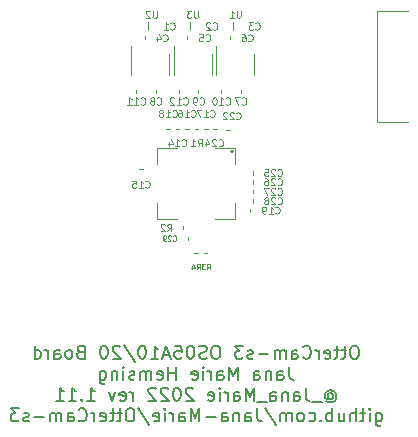
<source format=gbo>
G04 #@! TF.GenerationSoftware,KiCad,Pcbnew,6.0.0-d3dd2cf0fa~116~ubuntu20.04.1*
G04 #@! TF.CreationDate,2022-01-19T00:50:30+01:00*
G04 #@! TF.ProjectId,sensor,73656e73-6f72-42e6-9b69-6361645f7063,rev?*
G04 #@! TF.SameCoordinates,Original*
G04 #@! TF.FileFunction,Legend,Bot*
G04 #@! TF.FilePolarity,Positive*
%FSLAX46Y46*%
G04 Gerber Fmt 4.6, Leading zero omitted, Abs format (unit mm)*
G04 Created by KiCad (PCBNEW 6.0.0-d3dd2cf0fa~116~ubuntu20.04.1) date 2022-01-19 00:50:30*
%MOMM*%
%LPD*%
G01*
G04 APERTURE LIST*
%ADD10C,0.130000*%
%ADD11C,0.100000*%
%ADD12C,0.120000*%
%ADD13C,0.200000*%
G04 APERTURE END LIST*
D10*
X88488095Y-88741119D02*
X88278571Y-88741119D01*
X88173809Y-88793500D01*
X88069047Y-88898261D01*
X88016666Y-89107785D01*
X88016666Y-89474452D01*
X88069047Y-89683976D01*
X88173809Y-89788738D01*
X88278571Y-89841119D01*
X88488095Y-89841119D01*
X88592857Y-89788738D01*
X88697619Y-89683976D01*
X88750000Y-89474452D01*
X88750000Y-89107785D01*
X88697619Y-88898261D01*
X88592857Y-88793500D01*
X88488095Y-88741119D01*
X87702380Y-89107785D02*
X87283333Y-89107785D01*
X87545238Y-88741119D02*
X87545238Y-89683976D01*
X87492857Y-89788738D01*
X87388095Y-89841119D01*
X87283333Y-89841119D01*
X87073809Y-89107785D02*
X86654761Y-89107785D01*
X86916666Y-88741119D02*
X86916666Y-89683976D01*
X86864285Y-89788738D01*
X86759523Y-89841119D01*
X86654761Y-89841119D01*
X85869047Y-89788738D02*
X85973809Y-89841119D01*
X86183333Y-89841119D01*
X86288095Y-89788738D01*
X86340476Y-89683976D01*
X86340476Y-89264928D01*
X86288095Y-89160166D01*
X86183333Y-89107785D01*
X85973809Y-89107785D01*
X85869047Y-89160166D01*
X85816666Y-89264928D01*
X85816666Y-89369690D01*
X86340476Y-89474452D01*
X85345238Y-89841119D02*
X85345238Y-89107785D01*
X85345238Y-89317309D02*
X85292857Y-89212547D01*
X85240476Y-89160166D01*
X85135714Y-89107785D01*
X85030952Y-89107785D01*
X84035714Y-89736357D02*
X84088095Y-89788738D01*
X84245238Y-89841119D01*
X84350000Y-89841119D01*
X84507142Y-89788738D01*
X84611904Y-89683976D01*
X84664285Y-89579214D01*
X84716666Y-89369690D01*
X84716666Y-89212547D01*
X84664285Y-89003023D01*
X84611904Y-88898261D01*
X84507142Y-88793500D01*
X84350000Y-88741119D01*
X84245238Y-88741119D01*
X84088095Y-88793500D01*
X84035714Y-88845880D01*
X83092857Y-89841119D02*
X83092857Y-89264928D01*
X83145238Y-89160166D01*
X83250000Y-89107785D01*
X83459523Y-89107785D01*
X83564285Y-89160166D01*
X83092857Y-89788738D02*
X83197619Y-89841119D01*
X83459523Y-89841119D01*
X83564285Y-89788738D01*
X83616666Y-89683976D01*
X83616666Y-89579214D01*
X83564285Y-89474452D01*
X83459523Y-89422071D01*
X83197619Y-89422071D01*
X83092857Y-89369690D01*
X82569047Y-89841119D02*
X82569047Y-89107785D01*
X82569047Y-89212547D02*
X82516666Y-89160166D01*
X82411904Y-89107785D01*
X82254761Y-89107785D01*
X82150000Y-89160166D01*
X82097619Y-89264928D01*
X82097619Y-89841119D01*
X82097619Y-89264928D02*
X82045238Y-89160166D01*
X81940476Y-89107785D01*
X81783333Y-89107785D01*
X81678571Y-89160166D01*
X81626190Y-89264928D01*
X81626190Y-89841119D01*
X81102380Y-89422071D02*
X80264285Y-89422071D01*
X79792857Y-89788738D02*
X79688095Y-89841119D01*
X79478571Y-89841119D01*
X79373809Y-89788738D01*
X79321428Y-89683976D01*
X79321428Y-89631595D01*
X79373809Y-89526833D01*
X79478571Y-89474452D01*
X79635714Y-89474452D01*
X79740476Y-89422071D01*
X79792857Y-89317309D01*
X79792857Y-89264928D01*
X79740476Y-89160166D01*
X79635714Y-89107785D01*
X79478571Y-89107785D01*
X79373809Y-89160166D01*
X78954761Y-88741119D02*
X78273809Y-88741119D01*
X78640476Y-89160166D01*
X78483333Y-89160166D01*
X78378571Y-89212547D01*
X78326190Y-89264928D01*
X78273809Y-89369690D01*
X78273809Y-89631595D01*
X78326190Y-89736357D01*
X78378571Y-89788738D01*
X78483333Y-89841119D01*
X78797619Y-89841119D01*
X78902380Y-89788738D01*
X78954761Y-89736357D01*
X76754761Y-88741119D02*
X76545238Y-88741119D01*
X76440476Y-88793500D01*
X76335714Y-88898261D01*
X76283333Y-89107785D01*
X76283333Y-89474452D01*
X76335714Y-89683976D01*
X76440476Y-89788738D01*
X76545238Y-89841119D01*
X76754761Y-89841119D01*
X76859523Y-89788738D01*
X76964285Y-89683976D01*
X77016666Y-89474452D01*
X77016666Y-89107785D01*
X76964285Y-88898261D01*
X76859523Y-88793500D01*
X76754761Y-88741119D01*
X75864285Y-89788738D02*
X75707142Y-89841119D01*
X75445238Y-89841119D01*
X75340476Y-89788738D01*
X75288095Y-89736357D01*
X75235714Y-89631595D01*
X75235714Y-89526833D01*
X75288095Y-89422071D01*
X75340476Y-89369690D01*
X75445238Y-89317309D01*
X75654761Y-89264928D01*
X75759523Y-89212547D01*
X75811904Y-89160166D01*
X75864285Y-89055404D01*
X75864285Y-88950642D01*
X75811904Y-88845880D01*
X75759523Y-88793500D01*
X75654761Y-88741119D01*
X75392857Y-88741119D01*
X75235714Y-88793500D01*
X74554761Y-88741119D02*
X74450000Y-88741119D01*
X74345238Y-88793500D01*
X74292857Y-88845880D01*
X74240476Y-88950642D01*
X74188095Y-89160166D01*
X74188095Y-89422071D01*
X74240476Y-89631595D01*
X74292857Y-89736357D01*
X74345238Y-89788738D01*
X74450000Y-89841119D01*
X74554761Y-89841119D01*
X74659523Y-89788738D01*
X74711904Y-89736357D01*
X74764285Y-89631595D01*
X74816666Y-89422071D01*
X74816666Y-89160166D01*
X74764285Y-88950642D01*
X74711904Y-88845880D01*
X74659523Y-88793500D01*
X74554761Y-88741119D01*
X73192857Y-88741119D02*
X73716666Y-88741119D01*
X73769047Y-89264928D01*
X73716666Y-89212547D01*
X73611904Y-89160166D01*
X73350000Y-89160166D01*
X73245238Y-89212547D01*
X73192857Y-89264928D01*
X73140476Y-89369690D01*
X73140476Y-89631595D01*
X73192857Y-89736357D01*
X73245238Y-89788738D01*
X73350000Y-89841119D01*
X73611904Y-89841119D01*
X73716666Y-89788738D01*
X73769047Y-89736357D01*
X72721428Y-89526833D02*
X72197619Y-89526833D01*
X72826190Y-89841119D02*
X72459523Y-88741119D01*
X72092857Y-89841119D01*
X71150000Y-89841119D02*
X71778571Y-89841119D01*
X71464285Y-89841119D02*
X71464285Y-88741119D01*
X71569047Y-88898261D01*
X71673809Y-89003023D01*
X71778571Y-89055404D01*
X70469047Y-88741119D02*
X70364285Y-88741119D01*
X70259523Y-88793500D01*
X70207142Y-88845880D01*
X70154761Y-88950642D01*
X70102380Y-89160166D01*
X70102380Y-89422071D01*
X70154761Y-89631595D01*
X70207142Y-89736357D01*
X70259523Y-89788738D01*
X70364285Y-89841119D01*
X70469047Y-89841119D01*
X70573809Y-89788738D01*
X70626190Y-89736357D01*
X70678571Y-89631595D01*
X70730952Y-89422071D01*
X70730952Y-89160166D01*
X70678571Y-88950642D01*
X70626190Y-88845880D01*
X70573809Y-88793500D01*
X70469047Y-88741119D01*
X68845238Y-88688738D02*
X69788095Y-90103023D01*
X68530952Y-88845880D02*
X68478571Y-88793500D01*
X68373809Y-88741119D01*
X68111904Y-88741119D01*
X68007142Y-88793500D01*
X67954761Y-88845880D01*
X67902380Y-88950642D01*
X67902380Y-89055404D01*
X67954761Y-89212547D01*
X68583333Y-89841119D01*
X67902380Y-89841119D01*
X67221428Y-88741119D02*
X67116666Y-88741119D01*
X67011904Y-88793500D01*
X66959523Y-88845880D01*
X66907142Y-88950642D01*
X66854761Y-89160166D01*
X66854761Y-89422071D01*
X66907142Y-89631595D01*
X66959523Y-89736357D01*
X67011904Y-89788738D01*
X67116666Y-89841119D01*
X67221428Y-89841119D01*
X67326190Y-89788738D01*
X67378571Y-89736357D01*
X67430952Y-89631595D01*
X67483333Y-89422071D01*
X67483333Y-89160166D01*
X67430952Y-88950642D01*
X67378571Y-88845880D01*
X67326190Y-88793500D01*
X67221428Y-88741119D01*
X65178571Y-89264928D02*
X65021428Y-89317309D01*
X64969047Y-89369690D01*
X64916666Y-89474452D01*
X64916666Y-89631595D01*
X64969047Y-89736357D01*
X65021428Y-89788738D01*
X65126190Y-89841119D01*
X65545238Y-89841119D01*
X65545238Y-88741119D01*
X65178571Y-88741119D01*
X65073809Y-88793500D01*
X65021428Y-88845880D01*
X64969047Y-88950642D01*
X64969047Y-89055404D01*
X65021428Y-89160166D01*
X65073809Y-89212547D01*
X65178571Y-89264928D01*
X65545238Y-89264928D01*
X64288095Y-89841119D02*
X64392857Y-89788738D01*
X64445238Y-89736357D01*
X64497619Y-89631595D01*
X64497619Y-89317309D01*
X64445238Y-89212547D01*
X64392857Y-89160166D01*
X64288095Y-89107785D01*
X64130952Y-89107785D01*
X64026190Y-89160166D01*
X63973809Y-89212547D01*
X63921428Y-89317309D01*
X63921428Y-89631595D01*
X63973809Y-89736357D01*
X64026190Y-89788738D01*
X64130952Y-89841119D01*
X64288095Y-89841119D01*
X62978571Y-89841119D02*
X62978571Y-89264928D01*
X63030952Y-89160166D01*
X63135714Y-89107785D01*
X63345238Y-89107785D01*
X63450000Y-89160166D01*
X62978571Y-89788738D02*
X63083333Y-89841119D01*
X63345238Y-89841119D01*
X63450000Y-89788738D01*
X63502380Y-89683976D01*
X63502380Y-89579214D01*
X63450000Y-89474452D01*
X63345238Y-89422071D01*
X63083333Y-89422071D01*
X62978571Y-89369690D01*
X62454761Y-89841119D02*
X62454761Y-89107785D01*
X62454761Y-89317309D02*
X62402380Y-89212547D01*
X62350000Y-89160166D01*
X62245238Y-89107785D01*
X62140476Y-89107785D01*
X61302380Y-89841119D02*
X61302380Y-88741119D01*
X61302380Y-89788738D02*
X61407142Y-89841119D01*
X61616666Y-89841119D01*
X61721428Y-89788738D01*
X61773809Y-89736357D01*
X61826190Y-89631595D01*
X61826190Y-89317309D01*
X61773809Y-89212547D01*
X61721428Y-89160166D01*
X61616666Y-89107785D01*
X61407142Y-89107785D01*
X61302380Y-89160166D01*
X82857142Y-90512119D02*
X82857142Y-91297833D01*
X82909523Y-91454976D01*
X83014285Y-91559738D01*
X83171428Y-91612119D01*
X83276190Y-91612119D01*
X81861904Y-91612119D02*
X81861904Y-91035928D01*
X81914285Y-90931166D01*
X82019047Y-90878785D01*
X82228571Y-90878785D01*
X82333333Y-90931166D01*
X81861904Y-91559738D02*
X81966666Y-91612119D01*
X82228571Y-91612119D01*
X82333333Y-91559738D01*
X82385714Y-91454976D01*
X82385714Y-91350214D01*
X82333333Y-91245452D01*
X82228571Y-91193071D01*
X81966666Y-91193071D01*
X81861904Y-91140690D01*
X81338095Y-90878785D02*
X81338095Y-91612119D01*
X81338095Y-90983547D02*
X81285714Y-90931166D01*
X81180952Y-90878785D01*
X81023809Y-90878785D01*
X80919047Y-90931166D01*
X80866666Y-91035928D01*
X80866666Y-91612119D01*
X79871428Y-91612119D02*
X79871428Y-91035928D01*
X79923809Y-90931166D01*
X80028571Y-90878785D01*
X80238095Y-90878785D01*
X80342857Y-90931166D01*
X79871428Y-91559738D02*
X79976190Y-91612119D01*
X80238095Y-91612119D01*
X80342857Y-91559738D01*
X80395238Y-91454976D01*
X80395238Y-91350214D01*
X80342857Y-91245452D01*
X80238095Y-91193071D01*
X79976190Y-91193071D01*
X79871428Y-91140690D01*
X78509523Y-91612119D02*
X78509523Y-90512119D01*
X78142857Y-91297833D01*
X77776190Y-90512119D01*
X77776190Y-91612119D01*
X76780952Y-91612119D02*
X76780952Y-91035928D01*
X76833333Y-90931166D01*
X76938095Y-90878785D01*
X77147619Y-90878785D01*
X77252380Y-90931166D01*
X76780952Y-91559738D02*
X76885714Y-91612119D01*
X77147619Y-91612119D01*
X77252380Y-91559738D01*
X77304761Y-91454976D01*
X77304761Y-91350214D01*
X77252380Y-91245452D01*
X77147619Y-91193071D01*
X76885714Y-91193071D01*
X76780952Y-91140690D01*
X76257142Y-91612119D02*
X76257142Y-90878785D01*
X76257142Y-91088309D02*
X76204761Y-90983547D01*
X76152380Y-90931166D01*
X76047619Y-90878785D01*
X75942857Y-90878785D01*
X75576190Y-91612119D02*
X75576190Y-90878785D01*
X75576190Y-90512119D02*
X75628571Y-90564500D01*
X75576190Y-90616880D01*
X75523809Y-90564500D01*
X75576190Y-90512119D01*
X75576190Y-90616880D01*
X74633333Y-91559738D02*
X74738095Y-91612119D01*
X74947619Y-91612119D01*
X75052380Y-91559738D01*
X75104761Y-91454976D01*
X75104761Y-91035928D01*
X75052380Y-90931166D01*
X74947619Y-90878785D01*
X74738095Y-90878785D01*
X74633333Y-90931166D01*
X74580952Y-91035928D01*
X74580952Y-91140690D01*
X75104761Y-91245452D01*
X73271428Y-91612119D02*
X73271428Y-90512119D01*
X73271428Y-91035928D02*
X72642857Y-91035928D01*
X72642857Y-91612119D02*
X72642857Y-90512119D01*
X71700000Y-91559738D02*
X71804761Y-91612119D01*
X72014285Y-91612119D01*
X72119047Y-91559738D01*
X72171428Y-91454976D01*
X72171428Y-91035928D01*
X72119047Y-90931166D01*
X72014285Y-90878785D01*
X71804761Y-90878785D01*
X71700000Y-90931166D01*
X71647619Y-91035928D01*
X71647619Y-91140690D01*
X72171428Y-91245452D01*
X71176190Y-91612119D02*
X71176190Y-90878785D01*
X71176190Y-90983547D02*
X71123809Y-90931166D01*
X71019047Y-90878785D01*
X70861904Y-90878785D01*
X70757142Y-90931166D01*
X70704761Y-91035928D01*
X70704761Y-91612119D01*
X70704761Y-91035928D02*
X70652380Y-90931166D01*
X70547619Y-90878785D01*
X70390476Y-90878785D01*
X70285714Y-90931166D01*
X70233333Y-91035928D01*
X70233333Y-91612119D01*
X69761904Y-91559738D02*
X69657142Y-91612119D01*
X69447619Y-91612119D01*
X69342857Y-91559738D01*
X69290476Y-91454976D01*
X69290476Y-91402595D01*
X69342857Y-91297833D01*
X69447619Y-91245452D01*
X69604761Y-91245452D01*
X69709523Y-91193071D01*
X69761904Y-91088309D01*
X69761904Y-91035928D01*
X69709523Y-90931166D01*
X69604761Y-90878785D01*
X69447619Y-90878785D01*
X69342857Y-90931166D01*
X68819047Y-91612119D02*
X68819047Y-90878785D01*
X68819047Y-90512119D02*
X68871428Y-90564500D01*
X68819047Y-90616880D01*
X68766666Y-90564500D01*
X68819047Y-90512119D01*
X68819047Y-90616880D01*
X68295238Y-90878785D02*
X68295238Y-91612119D01*
X68295238Y-90983547D02*
X68242857Y-90931166D01*
X68138095Y-90878785D01*
X67980952Y-90878785D01*
X67876190Y-90931166D01*
X67823809Y-91035928D01*
X67823809Y-91612119D01*
X66828571Y-90878785D02*
X66828571Y-91769261D01*
X66880952Y-91874023D01*
X66933333Y-91926404D01*
X67038095Y-91978785D01*
X67195238Y-91978785D01*
X67300000Y-91926404D01*
X66828571Y-91559738D02*
X66933333Y-91612119D01*
X67142857Y-91612119D01*
X67247619Y-91559738D01*
X67300000Y-91507357D01*
X67352380Y-91402595D01*
X67352380Y-91088309D01*
X67300000Y-90983547D01*
X67247619Y-90931166D01*
X67142857Y-90878785D01*
X66933333Y-90878785D01*
X66828571Y-90931166D01*
X86130952Y-92859309D02*
X86183333Y-92806928D01*
X86288095Y-92754547D01*
X86392857Y-92754547D01*
X86497619Y-92806928D01*
X86550000Y-92859309D01*
X86602380Y-92964071D01*
X86602380Y-93068833D01*
X86550000Y-93173595D01*
X86497619Y-93225976D01*
X86392857Y-93278357D01*
X86288095Y-93278357D01*
X86183333Y-93225976D01*
X86130952Y-93173595D01*
X86130952Y-92754547D02*
X86130952Y-93173595D01*
X86078571Y-93225976D01*
X86026190Y-93225976D01*
X85921428Y-93173595D01*
X85869047Y-93068833D01*
X85869047Y-92806928D01*
X85973809Y-92649785D01*
X86130952Y-92545023D01*
X86340476Y-92492642D01*
X86550000Y-92545023D01*
X86707142Y-92649785D01*
X86811904Y-92806928D01*
X86864285Y-93016452D01*
X86811904Y-93225976D01*
X86707142Y-93383119D01*
X86550000Y-93487880D01*
X86340476Y-93540261D01*
X86130952Y-93487880D01*
X85973809Y-93383119D01*
X85659523Y-93487880D02*
X84821428Y-93487880D01*
X84245238Y-92283119D02*
X84245238Y-93068833D01*
X84297619Y-93225976D01*
X84402380Y-93330738D01*
X84559523Y-93383119D01*
X84664285Y-93383119D01*
X83250000Y-93383119D02*
X83250000Y-92806928D01*
X83302380Y-92702166D01*
X83407142Y-92649785D01*
X83616666Y-92649785D01*
X83721428Y-92702166D01*
X83250000Y-93330738D02*
X83354761Y-93383119D01*
X83616666Y-93383119D01*
X83721428Y-93330738D01*
X83773809Y-93225976D01*
X83773809Y-93121214D01*
X83721428Y-93016452D01*
X83616666Y-92964071D01*
X83354761Y-92964071D01*
X83250000Y-92911690D01*
X82726190Y-92649785D02*
X82726190Y-93383119D01*
X82726190Y-92754547D02*
X82673809Y-92702166D01*
X82569047Y-92649785D01*
X82411904Y-92649785D01*
X82307142Y-92702166D01*
X82254761Y-92806928D01*
X82254761Y-93383119D01*
X81259523Y-93383119D02*
X81259523Y-92806928D01*
X81311904Y-92702166D01*
X81416666Y-92649785D01*
X81626190Y-92649785D01*
X81730952Y-92702166D01*
X81259523Y-93330738D02*
X81364285Y-93383119D01*
X81626190Y-93383119D01*
X81730952Y-93330738D01*
X81783333Y-93225976D01*
X81783333Y-93121214D01*
X81730952Y-93016452D01*
X81626190Y-92964071D01*
X81364285Y-92964071D01*
X81259523Y-92911690D01*
X80997619Y-93487880D02*
X80159523Y-93487880D01*
X79897619Y-93383119D02*
X79897619Y-92283119D01*
X79530952Y-93068833D01*
X79164285Y-92283119D01*
X79164285Y-93383119D01*
X78169047Y-93383119D02*
X78169047Y-92806928D01*
X78221428Y-92702166D01*
X78326190Y-92649785D01*
X78535714Y-92649785D01*
X78640476Y-92702166D01*
X78169047Y-93330738D02*
X78273809Y-93383119D01*
X78535714Y-93383119D01*
X78640476Y-93330738D01*
X78692857Y-93225976D01*
X78692857Y-93121214D01*
X78640476Y-93016452D01*
X78535714Y-92964071D01*
X78273809Y-92964071D01*
X78169047Y-92911690D01*
X77645238Y-93383119D02*
X77645238Y-92649785D01*
X77645238Y-92859309D02*
X77592857Y-92754547D01*
X77540476Y-92702166D01*
X77435714Y-92649785D01*
X77330952Y-92649785D01*
X76964285Y-93383119D02*
X76964285Y-92649785D01*
X76964285Y-92283119D02*
X77016666Y-92335500D01*
X76964285Y-92387880D01*
X76911904Y-92335500D01*
X76964285Y-92283119D01*
X76964285Y-92387880D01*
X76021428Y-93330738D02*
X76126190Y-93383119D01*
X76335714Y-93383119D01*
X76440476Y-93330738D01*
X76492857Y-93225976D01*
X76492857Y-92806928D01*
X76440476Y-92702166D01*
X76335714Y-92649785D01*
X76126190Y-92649785D01*
X76021428Y-92702166D01*
X75969047Y-92806928D01*
X75969047Y-92911690D01*
X76492857Y-93016452D01*
X74711904Y-92387880D02*
X74659523Y-92335500D01*
X74554761Y-92283119D01*
X74292857Y-92283119D01*
X74188095Y-92335500D01*
X74135714Y-92387880D01*
X74083333Y-92492642D01*
X74083333Y-92597404D01*
X74135714Y-92754547D01*
X74764285Y-93383119D01*
X74083333Y-93383119D01*
X73402380Y-92283119D02*
X73297619Y-92283119D01*
X73192857Y-92335500D01*
X73140476Y-92387880D01*
X73088095Y-92492642D01*
X73035714Y-92702166D01*
X73035714Y-92964071D01*
X73088095Y-93173595D01*
X73140476Y-93278357D01*
X73192857Y-93330738D01*
X73297619Y-93383119D01*
X73402380Y-93383119D01*
X73507142Y-93330738D01*
X73559523Y-93278357D01*
X73611904Y-93173595D01*
X73664285Y-92964071D01*
X73664285Y-92702166D01*
X73611904Y-92492642D01*
X73559523Y-92387880D01*
X73507142Y-92335500D01*
X73402380Y-92283119D01*
X72616666Y-92387880D02*
X72564285Y-92335500D01*
X72459523Y-92283119D01*
X72197619Y-92283119D01*
X72092857Y-92335500D01*
X72040476Y-92387880D01*
X71988095Y-92492642D01*
X71988095Y-92597404D01*
X72040476Y-92754547D01*
X72669047Y-93383119D01*
X71988095Y-93383119D01*
X71569047Y-92387880D02*
X71516666Y-92335500D01*
X71411904Y-92283119D01*
X71150000Y-92283119D01*
X71045238Y-92335500D01*
X70992857Y-92387880D01*
X70940476Y-92492642D01*
X70940476Y-92597404D01*
X70992857Y-92754547D01*
X71621428Y-93383119D01*
X70940476Y-93383119D01*
X69630952Y-93383119D02*
X69630952Y-92649785D01*
X69630952Y-92859309D02*
X69578571Y-92754547D01*
X69526190Y-92702166D01*
X69421428Y-92649785D01*
X69316666Y-92649785D01*
X68530952Y-93330738D02*
X68635714Y-93383119D01*
X68845238Y-93383119D01*
X68950000Y-93330738D01*
X69002380Y-93225976D01*
X69002380Y-92806928D01*
X68950000Y-92702166D01*
X68845238Y-92649785D01*
X68635714Y-92649785D01*
X68530952Y-92702166D01*
X68478571Y-92806928D01*
X68478571Y-92911690D01*
X69002380Y-93016452D01*
X68111904Y-92649785D02*
X67850000Y-93383119D01*
X67588095Y-92649785D01*
X65754761Y-93383119D02*
X66383333Y-93383119D01*
X66069047Y-93383119D02*
X66069047Y-92283119D01*
X66173809Y-92440261D01*
X66278571Y-92545023D01*
X66383333Y-92597404D01*
X65283333Y-93278357D02*
X65230952Y-93330738D01*
X65283333Y-93383119D01*
X65335714Y-93330738D01*
X65283333Y-93278357D01*
X65283333Y-93383119D01*
X64183333Y-93383119D02*
X64811904Y-93383119D01*
X64497619Y-93383119D02*
X64497619Y-92283119D01*
X64602380Y-92440261D01*
X64707142Y-92545023D01*
X64811904Y-92597404D01*
X63135714Y-93383119D02*
X63764285Y-93383119D01*
X63450000Y-93383119D02*
X63450000Y-92283119D01*
X63554761Y-92440261D01*
X63659523Y-92545023D01*
X63764285Y-92597404D01*
X90190476Y-94420785D02*
X90190476Y-95311261D01*
X90242857Y-95416023D01*
X90295238Y-95468404D01*
X90400000Y-95520785D01*
X90557142Y-95520785D01*
X90661904Y-95468404D01*
X90190476Y-95101738D02*
X90295238Y-95154119D01*
X90504761Y-95154119D01*
X90609523Y-95101738D01*
X90661904Y-95049357D01*
X90714285Y-94944595D01*
X90714285Y-94630309D01*
X90661904Y-94525547D01*
X90609523Y-94473166D01*
X90504761Y-94420785D01*
X90295238Y-94420785D01*
X90190476Y-94473166D01*
X89666666Y-95154119D02*
X89666666Y-94420785D01*
X89666666Y-94054119D02*
X89719047Y-94106500D01*
X89666666Y-94158880D01*
X89614285Y-94106500D01*
X89666666Y-94054119D01*
X89666666Y-94158880D01*
X89300000Y-94420785D02*
X88880952Y-94420785D01*
X89142857Y-94054119D02*
X89142857Y-94996976D01*
X89090476Y-95101738D01*
X88985714Y-95154119D01*
X88880952Y-95154119D01*
X88514285Y-95154119D02*
X88514285Y-94054119D01*
X88042857Y-95154119D02*
X88042857Y-94577928D01*
X88095238Y-94473166D01*
X88200000Y-94420785D01*
X88357142Y-94420785D01*
X88461904Y-94473166D01*
X88514285Y-94525547D01*
X87047619Y-94420785D02*
X87047619Y-95154119D01*
X87519047Y-94420785D02*
X87519047Y-94996976D01*
X87466666Y-95101738D01*
X87361904Y-95154119D01*
X87204761Y-95154119D01*
X87100000Y-95101738D01*
X87047619Y-95049357D01*
X86523809Y-95154119D02*
X86523809Y-94054119D01*
X86523809Y-94473166D02*
X86419047Y-94420785D01*
X86209523Y-94420785D01*
X86104761Y-94473166D01*
X86052380Y-94525547D01*
X86000000Y-94630309D01*
X86000000Y-94944595D01*
X86052380Y-95049357D01*
X86104761Y-95101738D01*
X86209523Y-95154119D01*
X86419047Y-95154119D01*
X86523809Y-95101738D01*
X85528571Y-95049357D02*
X85476190Y-95101738D01*
X85528571Y-95154119D01*
X85580952Y-95101738D01*
X85528571Y-95049357D01*
X85528571Y-95154119D01*
X84533333Y-95101738D02*
X84638095Y-95154119D01*
X84847619Y-95154119D01*
X84952380Y-95101738D01*
X85004761Y-95049357D01*
X85057142Y-94944595D01*
X85057142Y-94630309D01*
X85004761Y-94525547D01*
X84952380Y-94473166D01*
X84847619Y-94420785D01*
X84638095Y-94420785D01*
X84533333Y-94473166D01*
X83904761Y-95154119D02*
X84009523Y-95101738D01*
X84061904Y-95049357D01*
X84114285Y-94944595D01*
X84114285Y-94630309D01*
X84061904Y-94525547D01*
X84009523Y-94473166D01*
X83904761Y-94420785D01*
X83747619Y-94420785D01*
X83642857Y-94473166D01*
X83590476Y-94525547D01*
X83538095Y-94630309D01*
X83538095Y-94944595D01*
X83590476Y-95049357D01*
X83642857Y-95101738D01*
X83747619Y-95154119D01*
X83904761Y-95154119D01*
X83066666Y-95154119D02*
X83066666Y-94420785D01*
X83066666Y-94525547D02*
X83014285Y-94473166D01*
X82909523Y-94420785D01*
X82752380Y-94420785D01*
X82647619Y-94473166D01*
X82595238Y-94577928D01*
X82595238Y-95154119D01*
X82595238Y-94577928D02*
X82542857Y-94473166D01*
X82438095Y-94420785D01*
X82280952Y-94420785D01*
X82176190Y-94473166D01*
X82123809Y-94577928D01*
X82123809Y-95154119D01*
X80814285Y-94001738D02*
X81757142Y-95416023D01*
X80133333Y-94054119D02*
X80133333Y-94839833D01*
X80185714Y-94996976D01*
X80290476Y-95101738D01*
X80447619Y-95154119D01*
X80552380Y-95154119D01*
X79138095Y-95154119D02*
X79138095Y-94577928D01*
X79190476Y-94473166D01*
X79295238Y-94420785D01*
X79504761Y-94420785D01*
X79609523Y-94473166D01*
X79138095Y-95101738D02*
X79242857Y-95154119D01*
X79504761Y-95154119D01*
X79609523Y-95101738D01*
X79661904Y-94996976D01*
X79661904Y-94892214D01*
X79609523Y-94787452D01*
X79504761Y-94735071D01*
X79242857Y-94735071D01*
X79138095Y-94682690D01*
X78614285Y-94420785D02*
X78614285Y-95154119D01*
X78614285Y-94525547D02*
X78561904Y-94473166D01*
X78457142Y-94420785D01*
X78300000Y-94420785D01*
X78195238Y-94473166D01*
X78142857Y-94577928D01*
X78142857Y-95154119D01*
X77147619Y-95154119D02*
X77147619Y-94577928D01*
X77200000Y-94473166D01*
X77304761Y-94420785D01*
X77514285Y-94420785D01*
X77619047Y-94473166D01*
X77147619Y-95101738D02*
X77252380Y-95154119D01*
X77514285Y-95154119D01*
X77619047Y-95101738D01*
X77671428Y-94996976D01*
X77671428Y-94892214D01*
X77619047Y-94787452D01*
X77514285Y-94735071D01*
X77252380Y-94735071D01*
X77147619Y-94682690D01*
X76623809Y-94735071D02*
X75785714Y-94735071D01*
X75261904Y-95154119D02*
X75261904Y-94054119D01*
X74895238Y-94839833D01*
X74528571Y-94054119D01*
X74528571Y-95154119D01*
X73533333Y-95154119D02*
X73533333Y-94577928D01*
X73585714Y-94473166D01*
X73690476Y-94420785D01*
X73900000Y-94420785D01*
X74004761Y-94473166D01*
X73533333Y-95101738D02*
X73638095Y-95154119D01*
X73900000Y-95154119D01*
X74004761Y-95101738D01*
X74057142Y-94996976D01*
X74057142Y-94892214D01*
X74004761Y-94787452D01*
X73900000Y-94735071D01*
X73638095Y-94735071D01*
X73533333Y-94682690D01*
X73009523Y-95154119D02*
X73009523Y-94420785D01*
X73009523Y-94630309D02*
X72957142Y-94525547D01*
X72904761Y-94473166D01*
X72800000Y-94420785D01*
X72695238Y-94420785D01*
X72328571Y-95154119D02*
X72328571Y-94420785D01*
X72328571Y-94054119D02*
X72380952Y-94106500D01*
X72328571Y-94158880D01*
X72276190Y-94106500D01*
X72328571Y-94054119D01*
X72328571Y-94158880D01*
X71385714Y-95101738D02*
X71490476Y-95154119D01*
X71700000Y-95154119D01*
X71804761Y-95101738D01*
X71857142Y-94996976D01*
X71857142Y-94577928D01*
X71804761Y-94473166D01*
X71700000Y-94420785D01*
X71490476Y-94420785D01*
X71385714Y-94473166D01*
X71333333Y-94577928D01*
X71333333Y-94682690D01*
X71857142Y-94787452D01*
X70076190Y-94001738D02*
X71019047Y-95416023D01*
X69500000Y-94054119D02*
X69290476Y-94054119D01*
X69185714Y-94106500D01*
X69080952Y-94211261D01*
X69028571Y-94420785D01*
X69028571Y-94787452D01*
X69080952Y-94996976D01*
X69185714Y-95101738D01*
X69290476Y-95154119D01*
X69500000Y-95154119D01*
X69604761Y-95101738D01*
X69709523Y-94996976D01*
X69761904Y-94787452D01*
X69761904Y-94420785D01*
X69709523Y-94211261D01*
X69604761Y-94106500D01*
X69500000Y-94054119D01*
X68714285Y-94420785D02*
X68295238Y-94420785D01*
X68557142Y-94054119D02*
X68557142Y-94996976D01*
X68504761Y-95101738D01*
X68400000Y-95154119D01*
X68295238Y-95154119D01*
X68085714Y-94420785D02*
X67666666Y-94420785D01*
X67928571Y-94054119D02*
X67928571Y-94996976D01*
X67876190Y-95101738D01*
X67771428Y-95154119D01*
X67666666Y-95154119D01*
X66880952Y-95101738D02*
X66985714Y-95154119D01*
X67195238Y-95154119D01*
X67300000Y-95101738D01*
X67352380Y-94996976D01*
X67352380Y-94577928D01*
X67300000Y-94473166D01*
X67195238Y-94420785D01*
X66985714Y-94420785D01*
X66880952Y-94473166D01*
X66828571Y-94577928D01*
X66828571Y-94682690D01*
X67352380Y-94787452D01*
X66357142Y-95154119D02*
X66357142Y-94420785D01*
X66357142Y-94630309D02*
X66304761Y-94525547D01*
X66252380Y-94473166D01*
X66147619Y-94420785D01*
X66042857Y-94420785D01*
X65047619Y-95049357D02*
X65100000Y-95101738D01*
X65257142Y-95154119D01*
X65361904Y-95154119D01*
X65519047Y-95101738D01*
X65623809Y-94996976D01*
X65676190Y-94892214D01*
X65728571Y-94682690D01*
X65728571Y-94525547D01*
X65676190Y-94316023D01*
X65623809Y-94211261D01*
X65519047Y-94106500D01*
X65361904Y-94054119D01*
X65257142Y-94054119D01*
X65100000Y-94106500D01*
X65047619Y-94158880D01*
X64104761Y-95154119D02*
X64104761Y-94577928D01*
X64157142Y-94473166D01*
X64261904Y-94420785D01*
X64471428Y-94420785D01*
X64576190Y-94473166D01*
X64104761Y-95101738D02*
X64209523Y-95154119D01*
X64471428Y-95154119D01*
X64576190Y-95101738D01*
X64628571Y-94996976D01*
X64628571Y-94892214D01*
X64576190Y-94787452D01*
X64471428Y-94735071D01*
X64209523Y-94735071D01*
X64104761Y-94682690D01*
X63580952Y-95154119D02*
X63580952Y-94420785D01*
X63580952Y-94525547D02*
X63528571Y-94473166D01*
X63423809Y-94420785D01*
X63266666Y-94420785D01*
X63161904Y-94473166D01*
X63109523Y-94577928D01*
X63109523Y-95154119D01*
X63109523Y-94577928D02*
X63057142Y-94473166D01*
X62952380Y-94420785D01*
X62795238Y-94420785D01*
X62690476Y-94473166D01*
X62638095Y-94577928D01*
X62638095Y-95154119D01*
X62114285Y-94735071D02*
X61276190Y-94735071D01*
X60804761Y-95101738D02*
X60700000Y-95154119D01*
X60490476Y-95154119D01*
X60385714Y-95101738D01*
X60333333Y-94996976D01*
X60333333Y-94944595D01*
X60385714Y-94839833D01*
X60490476Y-94787452D01*
X60647619Y-94787452D01*
X60752380Y-94735071D01*
X60804761Y-94630309D01*
X60804761Y-94577928D01*
X60752380Y-94473166D01*
X60647619Y-94420785D01*
X60490476Y-94420785D01*
X60385714Y-94473166D01*
X59966666Y-94054119D02*
X59285714Y-94054119D01*
X59652380Y-94473166D01*
X59495238Y-94473166D01*
X59390476Y-94525547D01*
X59338095Y-94577928D01*
X59285714Y-94682690D01*
X59285714Y-94944595D01*
X59338095Y-95049357D01*
X59390476Y-95101738D01*
X59495238Y-95154119D01*
X59809523Y-95154119D01*
X59914285Y-95101738D01*
X59966666Y-95049357D01*
D11*
X72800000Y-61914285D02*
X72828571Y-61942857D01*
X72914285Y-61971428D01*
X72971428Y-61971428D01*
X73057142Y-61942857D01*
X73114285Y-61885714D01*
X73142857Y-61828571D01*
X73171428Y-61714285D01*
X73171428Y-61628571D01*
X73142857Y-61514285D01*
X73114285Y-61457142D01*
X73057142Y-61400000D01*
X72971428Y-61371428D01*
X72914285Y-61371428D01*
X72828571Y-61400000D01*
X72800000Y-61428571D01*
X72228571Y-61971428D02*
X72571428Y-61971428D01*
X72400000Y-61971428D02*
X72400000Y-61371428D01*
X72457142Y-61457142D01*
X72514285Y-61514285D01*
X72571428Y-61542857D01*
X76400000Y-61914285D02*
X76428571Y-61942857D01*
X76514285Y-61971428D01*
X76571428Y-61971428D01*
X76657142Y-61942857D01*
X76714285Y-61885714D01*
X76742857Y-61828571D01*
X76771428Y-61714285D01*
X76771428Y-61628571D01*
X76742857Y-61514285D01*
X76714285Y-61457142D01*
X76657142Y-61400000D01*
X76571428Y-61371428D01*
X76514285Y-61371428D01*
X76428571Y-61400000D01*
X76400000Y-61428571D01*
X76171428Y-61428571D02*
X76142857Y-61400000D01*
X76085714Y-61371428D01*
X75942857Y-61371428D01*
X75885714Y-61400000D01*
X75857142Y-61428571D01*
X75828571Y-61485714D01*
X75828571Y-61542857D01*
X75857142Y-61628571D01*
X76200000Y-61971428D01*
X75828571Y-61971428D01*
X80000000Y-61914285D02*
X80028571Y-61942857D01*
X80114285Y-61971428D01*
X80171428Y-61971428D01*
X80257142Y-61942857D01*
X80314285Y-61885714D01*
X80342857Y-61828571D01*
X80371428Y-61714285D01*
X80371428Y-61628571D01*
X80342857Y-61514285D01*
X80314285Y-61457142D01*
X80257142Y-61400000D01*
X80171428Y-61371428D01*
X80114285Y-61371428D01*
X80028571Y-61400000D01*
X80000000Y-61428571D01*
X79800000Y-61371428D02*
X79428571Y-61371428D01*
X79628571Y-61600000D01*
X79542857Y-61600000D01*
X79485714Y-61628571D01*
X79457142Y-61657142D01*
X79428571Y-61714285D01*
X79428571Y-61857142D01*
X79457142Y-61914285D01*
X79485714Y-61942857D01*
X79542857Y-61971428D01*
X79714285Y-61971428D01*
X79771428Y-61942857D01*
X79800000Y-61914285D01*
X72200000Y-62914285D02*
X72228571Y-62942857D01*
X72314285Y-62971428D01*
X72371428Y-62971428D01*
X72457142Y-62942857D01*
X72514285Y-62885714D01*
X72542857Y-62828571D01*
X72571428Y-62714285D01*
X72571428Y-62628571D01*
X72542857Y-62514285D01*
X72514285Y-62457142D01*
X72457142Y-62400000D01*
X72371428Y-62371428D01*
X72314285Y-62371428D01*
X72228571Y-62400000D01*
X72200000Y-62428571D01*
X71685714Y-62571428D02*
X71685714Y-62971428D01*
X71828571Y-62342857D02*
X71971428Y-62771428D01*
X71600000Y-62771428D01*
X75800000Y-62914285D02*
X75828571Y-62942857D01*
X75914285Y-62971428D01*
X75971428Y-62971428D01*
X76057142Y-62942857D01*
X76114285Y-62885714D01*
X76142857Y-62828571D01*
X76171428Y-62714285D01*
X76171428Y-62628571D01*
X76142857Y-62514285D01*
X76114285Y-62457142D01*
X76057142Y-62400000D01*
X75971428Y-62371428D01*
X75914285Y-62371428D01*
X75828571Y-62400000D01*
X75800000Y-62428571D01*
X75257142Y-62371428D02*
X75542857Y-62371428D01*
X75571428Y-62657142D01*
X75542857Y-62628571D01*
X75485714Y-62600000D01*
X75342857Y-62600000D01*
X75285714Y-62628571D01*
X75257142Y-62657142D01*
X75228571Y-62714285D01*
X75228571Y-62857142D01*
X75257142Y-62914285D01*
X75285714Y-62942857D01*
X75342857Y-62971428D01*
X75485714Y-62971428D01*
X75542857Y-62942857D01*
X75571428Y-62914285D01*
X79400000Y-62914285D02*
X79428571Y-62942857D01*
X79514285Y-62971428D01*
X79571428Y-62971428D01*
X79657142Y-62942857D01*
X79714285Y-62885714D01*
X79742857Y-62828571D01*
X79771428Y-62714285D01*
X79771428Y-62628571D01*
X79742857Y-62514285D01*
X79714285Y-62457142D01*
X79657142Y-62400000D01*
X79571428Y-62371428D01*
X79514285Y-62371428D01*
X79428571Y-62400000D01*
X79400000Y-62428571D01*
X78885714Y-62371428D02*
X79000000Y-62371428D01*
X79057142Y-62400000D01*
X79085714Y-62428571D01*
X79142857Y-62514285D01*
X79171428Y-62628571D01*
X79171428Y-62857142D01*
X79142857Y-62914285D01*
X79114285Y-62942857D01*
X79057142Y-62971428D01*
X78942857Y-62971428D01*
X78885714Y-62942857D01*
X78857142Y-62914285D01*
X78828571Y-62857142D01*
X78828571Y-62714285D01*
X78857142Y-62657142D01*
X78885714Y-62628571D01*
X78942857Y-62600000D01*
X79057142Y-62600000D01*
X79114285Y-62628571D01*
X79142857Y-62657142D01*
X79171428Y-62714285D01*
X78875000Y-68264285D02*
X78903571Y-68292857D01*
X78989285Y-68321428D01*
X79046428Y-68321428D01*
X79132142Y-68292857D01*
X79189285Y-68235714D01*
X79217857Y-68178571D01*
X79246428Y-68064285D01*
X79246428Y-67978571D01*
X79217857Y-67864285D01*
X79189285Y-67807142D01*
X79132142Y-67750000D01*
X79046428Y-67721428D01*
X78989285Y-67721428D01*
X78903571Y-67750000D01*
X78875000Y-67778571D01*
X78675000Y-67721428D02*
X78275000Y-67721428D01*
X78532142Y-68321428D01*
X71675000Y-68264285D02*
X71703571Y-68292857D01*
X71789285Y-68321428D01*
X71846428Y-68321428D01*
X71932142Y-68292857D01*
X71989285Y-68235714D01*
X72017857Y-68178571D01*
X72046428Y-68064285D01*
X72046428Y-67978571D01*
X72017857Y-67864285D01*
X71989285Y-67807142D01*
X71932142Y-67750000D01*
X71846428Y-67721428D01*
X71789285Y-67721428D01*
X71703571Y-67750000D01*
X71675000Y-67778571D01*
X71332142Y-67978571D02*
X71389285Y-67950000D01*
X71417857Y-67921428D01*
X71446428Y-67864285D01*
X71446428Y-67835714D01*
X71417857Y-67778571D01*
X71389285Y-67750000D01*
X71332142Y-67721428D01*
X71217857Y-67721428D01*
X71160714Y-67750000D01*
X71132142Y-67778571D01*
X71103571Y-67835714D01*
X71103571Y-67864285D01*
X71132142Y-67921428D01*
X71160714Y-67950000D01*
X71217857Y-67978571D01*
X71332142Y-67978571D01*
X71389285Y-68007142D01*
X71417857Y-68035714D01*
X71446428Y-68092857D01*
X71446428Y-68207142D01*
X71417857Y-68264285D01*
X71389285Y-68292857D01*
X71332142Y-68321428D01*
X71217857Y-68321428D01*
X71160714Y-68292857D01*
X71132142Y-68264285D01*
X71103571Y-68207142D01*
X71103571Y-68092857D01*
X71132142Y-68035714D01*
X71160714Y-68007142D01*
X71217857Y-67978571D01*
X75275000Y-68264285D02*
X75303571Y-68292857D01*
X75389285Y-68321428D01*
X75446428Y-68321428D01*
X75532142Y-68292857D01*
X75589285Y-68235714D01*
X75617857Y-68178571D01*
X75646428Y-68064285D01*
X75646428Y-67978571D01*
X75617857Y-67864285D01*
X75589285Y-67807142D01*
X75532142Y-67750000D01*
X75446428Y-67721428D01*
X75389285Y-67721428D01*
X75303571Y-67750000D01*
X75275000Y-67778571D01*
X74989285Y-68321428D02*
X74875000Y-68321428D01*
X74817857Y-68292857D01*
X74789285Y-68264285D01*
X74732142Y-68178571D01*
X74703571Y-68064285D01*
X74703571Y-67835714D01*
X74732142Y-67778571D01*
X74760714Y-67750000D01*
X74817857Y-67721428D01*
X74932142Y-67721428D01*
X74989285Y-67750000D01*
X75017857Y-67778571D01*
X75046428Y-67835714D01*
X75046428Y-67978571D01*
X75017857Y-68035714D01*
X74989285Y-68064285D01*
X74932142Y-68092857D01*
X74817857Y-68092857D01*
X74760714Y-68064285D01*
X74732142Y-68035714D01*
X74703571Y-67978571D01*
X77510714Y-68264285D02*
X77539285Y-68292857D01*
X77625000Y-68321428D01*
X77682142Y-68321428D01*
X77767857Y-68292857D01*
X77825000Y-68235714D01*
X77853571Y-68178571D01*
X77882142Y-68064285D01*
X77882142Y-67978571D01*
X77853571Y-67864285D01*
X77825000Y-67807142D01*
X77767857Y-67750000D01*
X77682142Y-67721428D01*
X77625000Y-67721428D01*
X77539285Y-67750000D01*
X77510714Y-67778571D01*
X76939285Y-68321428D02*
X77282142Y-68321428D01*
X77110714Y-68321428D02*
X77110714Y-67721428D01*
X77167857Y-67807142D01*
X77225000Y-67864285D01*
X77282142Y-67892857D01*
X76567857Y-67721428D02*
X76510714Y-67721428D01*
X76453571Y-67750000D01*
X76425000Y-67778571D01*
X76396428Y-67835714D01*
X76367857Y-67950000D01*
X76367857Y-68092857D01*
X76396428Y-68207142D01*
X76425000Y-68264285D01*
X76453571Y-68292857D01*
X76510714Y-68321428D01*
X76567857Y-68321428D01*
X76625000Y-68292857D01*
X76653571Y-68264285D01*
X76682142Y-68207142D01*
X76710714Y-68092857D01*
X76710714Y-67950000D01*
X76682142Y-67835714D01*
X76653571Y-67778571D01*
X76625000Y-67750000D01*
X76567857Y-67721428D01*
X70310714Y-68264285D02*
X70339285Y-68292857D01*
X70425000Y-68321428D01*
X70482142Y-68321428D01*
X70567857Y-68292857D01*
X70625000Y-68235714D01*
X70653571Y-68178571D01*
X70682142Y-68064285D01*
X70682142Y-67978571D01*
X70653571Y-67864285D01*
X70625000Y-67807142D01*
X70567857Y-67750000D01*
X70482142Y-67721428D01*
X70425000Y-67721428D01*
X70339285Y-67750000D01*
X70310714Y-67778571D01*
X69739285Y-68321428D02*
X70082142Y-68321428D01*
X69910714Y-68321428D02*
X69910714Y-67721428D01*
X69967857Y-67807142D01*
X70025000Y-67864285D01*
X70082142Y-67892857D01*
X69167857Y-68321428D02*
X69510714Y-68321428D01*
X69339285Y-68321428D02*
X69339285Y-67721428D01*
X69396428Y-67807142D01*
X69453571Y-67864285D01*
X69510714Y-67892857D01*
X73910714Y-68264285D02*
X73939285Y-68292857D01*
X74025000Y-68321428D01*
X74082142Y-68321428D01*
X74167857Y-68292857D01*
X74225000Y-68235714D01*
X74253571Y-68178571D01*
X74282142Y-68064285D01*
X74282142Y-67978571D01*
X74253571Y-67864285D01*
X74225000Y-67807142D01*
X74167857Y-67750000D01*
X74082142Y-67721428D01*
X74025000Y-67721428D01*
X73939285Y-67750000D01*
X73910714Y-67778571D01*
X73339285Y-68321428D02*
X73682142Y-68321428D01*
X73510714Y-68321428D02*
X73510714Y-67721428D01*
X73567857Y-67807142D01*
X73625000Y-67864285D01*
X73682142Y-67892857D01*
X73110714Y-67778571D02*
X73082142Y-67750000D01*
X73025000Y-67721428D01*
X72882142Y-67721428D01*
X72825000Y-67750000D01*
X72796428Y-67778571D01*
X72767857Y-67835714D01*
X72767857Y-67892857D01*
X72796428Y-67978571D01*
X73139285Y-68321428D01*
X72767857Y-68321428D01*
X73785714Y-71814285D02*
X73814285Y-71842857D01*
X73900000Y-71871428D01*
X73957142Y-71871428D01*
X74042857Y-71842857D01*
X74100000Y-71785714D01*
X74128571Y-71728571D01*
X74157142Y-71614285D01*
X74157142Y-71528571D01*
X74128571Y-71414285D01*
X74100000Y-71357142D01*
X74042857Y-71300000D01*
X73957142Y-71271428D01*
X73900000Y-71271428D01*
X73814285Y-71300000D01*
X73785714Y-71328571D01*
X73214285Y-71871428D02*
X73557142Y-71871428D01*
X73385714Y-71871428D02*
X73385714Y-71271428D01*
X73442857Y-71357142D01*
X73500000Y-71414285D01*
X73557142Y-71442857D01*
X72700000Y-71471428D02*
X72700000Y-71871428D01*
X72842857Y-71242857D02*
X72985714Y-71671428D01*
X72614285Y-71671428D01*
X70685714Y-75314285D02*
X70714285Y-75342857D01*
X70800000Y-75371428D01*
X70857142Y-75371428D01*
X70942857Y-75342857D01*
X71000000Y-75285714D01*
X71028571Y-75228571D01*
X71057142Y-75114285D01*
X71057142Y-75028571D01*
X71028571Y-74914285D01*
X71000000Y-74857142D01*
X70942857Y-74800000D01*
X70857142Y-74771428D01*
X70800000Y-74771428D01*
X70714285Y-74800000D01*
X70685714Y-74828571D01*
X70114285Y-75371428D02*
X70457142Y-75371428D01*
X70285714Y-75371428D02*
X70285714Y-74771428D01*
X70342857Y-74857142D01*
X70400000Y-74914285D01*
X70457142Y-74942857D01*
X69571428Y-74771428D02*
X69857142Y-74771428D01*
X69885714Y-75057142D01*
X69857142Y-75028571D01*
X69800000Y-75000000D01*
X69657142Y-75000000D01*
X69600000Y-75028571D01*
X69571428Y-75057142D01*
X69542857Y-75114285D01*
X69542857Y-75257142D01*
X69571428Y-75314285D01*
X69600000Y-75342857D01*
X69657142Y-75371428D01*
X69800000Y-75371428D01*
X69857142Y-75342857D01*
X69885714Y-75314285D01*
X74585714Y-69314285D02*
X74614285Y-69342857D01*
X74700000Y-69371428D01*
X74757142Y-69371428D01*
X74842857Y-69342857D01*
X74900000Y-69285714D01*
X74928571Y-69228571D01*
X74957142Y-69114285D01*
X74957142Y-69028571D01*
X74928571Y-68914285D01*
X74900000Y-68857142D01*
X74842857Y-68800000D01*
X74757142Y-68771428D01*
X74700000Y-68771428D01*
X74614285Y-68800000D01*
X74585714Y-68828571D01*
X74014285Y-69371428D02*
X74357142Y-69371428D01*
X74185714Y-69371428D02*
X74185714Y-68771428D01*
X74242857Y-68857142D01*
X74300000Y-68914285D01*
X74357142Y-68942857D01*
X73500000Y-68771428D02*
X73614285Y-68771428D01*
X73671428Y-68800000D01*
X73700000Y-68828571D01*
X73757142Y-68914285D01*
X73785714Y-69028571D01*
X73785714Y-69257142D01*
X73757142Y-69314285D01*
X73728571Y-69342857D01*
X73671428Y-69371428D01*
X73557142Y-69371428D01*
X73500000Y-69342857D01*
X73471428Y-69314285D01*
X73442857Y-69257142D01*
X73442857Y-69114285D01*
X73471428Y-69057142D01*
X73500000Y-69028571D01*
X73557142Y-69000000D01*
X73671428Y-69000000D01*
X73728571Y-69028571D01*
X73757142Y-69057142D01*
X73785714Y-69114285D01*
X76185714Y-69314285D02*
X76214285Y-69342857D01*
X76300000Y-69371428D01*
X76357142Y-69371428D01*
X76442857Y-69342857D01*
X76500000Y-69285714D01*
X76528571Y-69228571D01*
X76557142Y-69114285D01*
X76557142Y-69028571D01*
X76528571Y-68914285D01*
X76500000Y-68857142D01*
X76442857Y-68800000D01*
X76357142Y-68771428D01*
X76300000Y-68771428D01*
X76214285Y-68800000D01*
X76185714Y-68828571D01*
X75614285Y-69371428D02*
X75957142Y-69371428D01*
X75785714Y-69371428D02*
X75785714Y-68771428D01*
X75842857Y-68857142D01*
X75900000Y-68914285D01*
X75957142Y-68942857D01*
X75414285Y-68771428D02*
X75014285Y-68771428D01*
X75271428Y-69371428D01*
X72985714Y-69314285D02*
X73014285Y-69342857D01*
X73100000Y-69371428D01*
X73157142Y-69371428D01*
X73242857Y-69342857D01*
X73300000Y-69285714D01*
X73328571Y-69228571D01*
X73357142Y-69114285D01*
X73357142Y-69028571D01*
X73328571Y-68914285D01*
X73300000Y-68857142D01*
X73242857Y-68800000D01*
X73157142Y-68771428D01*
X73100000Y-68771428D01*
X73014285Y-68800000D01*
X72985714Y-68828571D01*
X72414285Y-69371428D02*
X72757142Y-69371428D01*
X72585714Y-69371428D02*
X72585714Y-68771428D01*
X72642857Y-68857142D01*
X72700000Y-68914285D01*
X72757142Y-68942857D01*
X72071428Y-69028571D02*
X72128571Y-69000000D01*
X72157142Y-68971428D01*
X72185714Y-68914285D01*
X72185714Y-68885714D01*
X72157142Y-68828571D01*
X72128571Y-68800000D01*
X72071428Y-68771428D01*
X71957142Y-68771428D01*
X71900000Y-68800000D01*
X71871428Y-68828571D01*
X71842857Y-68885714D01*
X71842857Y-68914285D01*
X71871428Y-68971428D01*
X71900000Y-69000000D01*
X71957142Y-69028571D01*
X72071428Y-69028571D01*
X72128571Y-69057142D01*
X72157142Y-69085714D01*
X72185714Y-69142857D01*
X72185714Y-69257142D01*
X72157142Y-69314285D01*
X72128571Y-69342857D01*
X72071428Y-69371428D01*
X71957142Y-69371428D01*
X71900000Y-69342857D01*
X71871428Y-69314285D01*
X71842857Y-69257142D01*
X71842857Y-69142857D01*
X71871428Y-69085714D01*
X71900000Y-69057142D01*
X71957142Y-69028571D01*
X81685714Y-77514285D02*
X81714285Y-77542857D01*
X81800000Y-77571428D01*
X81857142Y-77571428D01*
X81942857Y-77542857D01*
X82000000Y-77485714D01*
X82028571Y-77428571D01*
X82057142Y-77314285D01*
X82057142Y-77228571D01*
X82028571Y-77114285D01*
X82000000Y-77057142D01*
X81942857Y-77000000D01*
X81857142Y-76971428D01*
X81800000Y-76971428D01*
X81714285Y-77000000D01*
X81685714Y-77028571D01*
X81114285Y-77571428D02*
X81457142Y-77571428D01*
X81285714Y-77571428D02*
X81285714Y-76971428D01*
X81342857Y-77057142D01*
X81400000Y-77114285D01*
X81457142Y-77142857D01*
X80828571Y-77571428D02*
X80714285Y-77571428D01*
X80657142Y-77542857D01*
X80628571Y-77514285D01*
X80571428Y-77428571D01*
X80542857Y-77314285D01*
X80542857Y-77085714D01*
X80571428Y-77028571D01*
X80600000Y-77000000D01*
X80657142Y-76971428D01*
X80771428Y-76971428D01*
X80828571Y-77000000D01*
X80857142Y-77028571D01*
X80885714Y-77085714D01*
X80885714Y-77228571D01*
X80857142Y-77285714D01*
X80828571Y-77314285D01*
X80771428Y-77342857D01*
X80657142Y-77342857D01*
X80600000Y-77314285D01*
X80571428Y-77285714D01*
X80542857Y-77228571D01*
X78385714Y-69514285D02*
X78414285Y-69542857D01*
X78500000Y-69571428D01*
X78557142Y-69571428D01*
X78642857Y-69542857D01*
X78700000Y-69485714D01*
X78728571Y-69428571D01*
X78757142Y-69314285D01*
X78757142Y-69228571D01*
X78728571Y-69114285D01*
X78700000Y-69057142D01*
X78642857Y-69000000D01*
X78557142Y-68971428D01*
X78500000Y-68971428D01*
X78414285Y-69000000D01*
X78385714Y-69028571D01*
X78157142Y-69028571D02*
X78128571Y-69000000D01*
X78071428Y-68971428D01*
X77928571Y-68971428D01*
X77871428Y-69000000D01*
X77842857Y-69028571D01*
X77814285Y-69085714D01*
X77814285Y-69142857D01*
X77842857Y-69228571D01*
X78185714Y-69571428D01*
X77814285Y-69571428D01*
X77585714Y-69028571D02*
X77557142Y-69000000D01*
X77500000Y-68971428D01*
X77357142Y-68971428D01*
X77300000Y-69000000D01*
X77271428Y-69028571D01*
X77242857Y-69085714D01*
X77242857Y-69142857D01*
X77271428Y-69228571D01*
X77614285Y-69571428D01*
X77242857Y-69571428D01*
X76885714Y-71814285D02*
X76914285Y-71842857D01*
X77000000Y-71871428D01*
X77057142Y-71871428D01*
X77142857Y-71842857D01*
X77200000Y-71785714D01*
X77228571Y-71728571D01*
X77257142Y-71614285D01*
X77257142Y-71528571D01*
X77228571Y-71414285D01*
X77200000Y-71357142D01*
X77142857Y-71300000D01*
X77057142Y-71271428D01*
X77000000Y-71271428D01*
X76914285Y-71300000D01*
X76885714Y-71328571D01*
X76657142Y-71328571D02*
X76628571Y-71300000D01*
X76571428Y-71271428D01*
X76428571Y-71271428D01*
X76371428Y-71300000D01*
X76342857Y-71328571D01*
X76314285Y-71385714D01*
X76314285Y-71442857D01*
X76342857Y-71528571D01*
X76685714Y-71871428D01*
X76314285Y-71871428D01*
X75800000Y-71471428D02*
X75800000Y-71871428D01*
X75942857Y-71242857D02*
X76085714Y-71671428D01*
X75714285Y-71671428D01*
X81885714Y-74314285D02*
X81914285Y-74342857D01*
X82000000Y-74371428D01*
X82057142Y-74371428D01*
X82142857Y-74342857D01*
X82200000Y-74285714D01*
X82228571Y-74228571D01*
X82257142Y-74114285D01*
X82257142Y-74028571D01*
X82228571Y-73914285D01*
X82200000Y-73857142D01*
X82142857Y-73800000D01*
X82057142Y-73771428D01*
X82000000Y-73771428D01*
X81914285Y-73800000D01*
X81885714Y-73828571D01*
X81657142Y-73828571D02*
X81628571Y-73800000D01*
X81571428Y-73771428D01*
X81428571Y-73771428D01*
X81371428Y-73800000D01*
X81342857Y-73828571D01*
X81314285Y-73885714D01*
X81314285Y-73942857D01*
X81342857Y-74028571D01*
X81685714Y-74371428D01*
X81314285Y-74371428D01*
X80771428Y-73771428D02*
X81057142Y-73771428D01*
X81085714Y-74057142D01*
X81057142Y-74028571D01*
X81000000Y-74000000D01*
X80857142Y-74000000D01*
X80800000Y-74028571D01*
X80771428Y-74057142D01*
X80742857Y-74114285D01*
X80742857Y-74257142D01*
X80771428Y-74314285D01*
X80800000Y-74342857D01*
X80857142Y-74371428D01*
X81000000Y-74371428D01*
X81057142Y-74342857D01*
X81085714Y-74314285D01*
X81885714Y-75114285D02*
X81914285Y-75142857D01*
X82000000Y-75171428D01*
X82057142Y-75171428D01*
X82142857Y-75142857D01*
X82200000Y-75085714D01*
X82228571Y-75028571D01*
X82257142Y-74914285D01*
X82257142Y-74828571D01*
X82228571Y-74714285D01*
X82200000Y-74657142D01*
X82142857Y-74600000D01*
X82057142Y-74571428D01*
X82000000Y-74571428D01*
X81914285Y-74600000D01*
X81885714Y-74628571D01*
X81657142Y-74628571D02*
X81628571Y-74600000D01*
X81571428Y-74571428D01*
X81428571Y-74571428D01*
X81371428Y-74600000D01*
X81342857Y-74628571D01*
X81314285Y-74685714D01*
X81314285Y-74742857D01*
X81342857Y-74828571D01*
X81685714Y-75171428D01*
X81314285Y-75171428D01*
X80800000Y-74571428D02*
X80914285Y-74571428D01*
X80971428Y-74600000D01*
X81000000Y-74628571D01*
X81057142Y-74714285D01*
X81085714Y-74828571D01*
X81085714Y-75057142D01*
X81057142Y-75114285D01*
X81028571Y-75142857D01*
X80971428Y-75171428D01*
X80857142Y-75171428D01*
X80800000Y-75142857D01*
X80771428Y-75114285D01*
X80742857Y-75057142D01*
X80742857Y-74914285D01*
X80771428Y-74857142D01*
X80800000Y-74828571D01*
X80857142Y-74800000D01*
X80971428Y-74800000D01*
X81028571Y-74828571D01*
X81057142Y-74857142D01*
X81085714Y-74914285D01*
X81885714Y-75914285D02*
X81914285Y-75942857D01*
X82000000Y-75971428D01*
X82057142Y-75971428D01*
X82142857Y-75942857D01*
X82200000Y-75885714D01*
X82228571Y-75828571D01*
X82257142Y-75714285D01*
X82257142Y-75628571D01*
X82228571Y-75514285D01*
X82200000Y-75457142D01*
X82142857Y-75400000D01*
X82057142Y-75371428D01*
X82000000Y-75371428D01*
X81914285Y-75400000D01*
X81885714Y-75428571D01*
X81657142Y-75428571D02*
X81628571Y-75400000D01*
X81571428Y-75371428D01*
X81428571Y-75371428D01*
X81371428Y-75400000D01*
X81342857Y-75428571D01*
X81314285Y-75485714D01*
X81314285Y-75542857D01*
X81342857Y-75628571D01*
X81685714Y-75971428D01*
X81314285Y-75971428D01*
X81114285Y-75371428D02*
X80714285Y-75371428D01*
X80971428Y-75971428D01*
X81885714Y-76714285D02*
X81914285Y-76742857D01*
X82000000Y-76771428D01*
X82057142Y-76771428D01*
X82142857Y-76742857D01*
X82200000Y-76685714D01*
X82228571Y-76628571D01*
X82257142Y-76514285D01*
X82257142Y-76428571D01*
X82228571Y-76314285D01*
X82200000Y-76257142D01*
X82142857Y-76200000D01*
X82057142Y-76171428D01*
X82000000Y-76171428D01*
X81914285Y-76200000D01*
X81885714Y-76228571D01*
X81657142Y-76228571D02*
X81628571Y-76200000D01*
X81571428Y-76171428D01*
X81428571Y-76171428D01*
X81371428Y-76200000D01*
X81342857Y-76228571D01*
X81314285Y-76285714D01*
X81314285Y-76342857D01*
X81342857Y-76428571D01*
X81685714Y-76771428D01*
X81314285Y-76771428D01*
X80971428Y-76428571D02*
X81028571Y-76400000D01*
X81057142Y-76371428D01*
X81085714Y-76314285D01*
X81085714Y-76285714D01*
X81057142Y-76228571D01*
X81028571Y-76200000D01*
X80971428Y-76171428D01*
X80857142Y-76171428D01*
X80800000Y-76200000D01*
X80771428Y-76228571D01*
X80742857Y-76285714D01*
X80742857Y-76314285D01*
X80771428Y-76371428D01*
X80800000Y-76400000D01*
X80857142Y-76428571D01*
X80971428Y-76428571D01*
X81028571Y-76457142D01*
X81057142Y-76485714D01*
X81085714Y-76542857D01*
X81085714Y-76657142D01*
X81057142Y-76714285D01*
X81028571Y-76742857D01*
X80971428Y-76771428D01*
X80857142Y-76771428D01*
X80800000Y-76742857D01*
X80771428Y-76714285D01*
X80742857Y-76657142D01*
X80742857Y-76542857D01*
X80771428Y-76485714D01*
X80800000Y-76457142D01*
X80857142Y-76428571D01*
X75100000Y-71871428D02*
X75300000Y-71585714D01*
X75442857Y-71871428D02*
X75442857Y-71271428D01*
X75214285Y-71271428D01*
X75157142Y-71300000D01*
X75128571Y-71328571D01*
X75100000Y-71385714D01*
X75100000Y-71471428D01*
X75128571Y-71528571D01*
X75157142Y-71557142D01*
X75214285Y-71585714D01*
X75442857Y-71585714D01*
X74528571Y-71871428D02*
X74871428Y-71871428D01*
X74700000Y-71871428D02*
X74700000Y-71271428D01*
X74757142Y-71357142D01*
X74814285Y-71414285D01*
X74871428Y-71442857D01*
X72550000Y-79021428D02*
X72750000Y-78735714D01*
X72892857Y-79021428D02*
X72892857Y-78421428D01*
X72664285Y-78421428D01*
X72607142Y-78450000D01*
X72578571Y-78478571D01*
X72550000Y-78535714D01*
X72550000Y-78621428D01*
X72578571Y-78678571D01*
X72607142Y-78707142D01*
X72664285Y-78735714D01*
X72892857Y-78735714D01*
X72321428Y-78478571D02*
X72292857Y-78450000D01*
X72235714Y-78421428D01*
X72092857Y-78421428D01*
X72035714Y-78450000D01*
X72007142Y-78478571D01*
X71978571Y-78535714D01*
X71978571Y-78592857D01*
X72007142Y-78678571D01*
X72350000Y-79021428D01*
X71978571Y-79021428D01*
X78757142Y-60371428D02*
X78757142Y-60857142D01*
X78728571Y-60914285D01*
X78700000Y-60942857D01*
X78642857Y-60971428D01*
X78528571Y-60971428D01*
X78471428Y-60942857D01*
X78442857Y-60914285D01*
X78414285Y-60857142D01*
X78414285Y-60371428D01*
X77814285Y-60971428D02*
X78157142Y-60971428D01*
X77985714Y-60971428D02*
X77985714Y-60371428D01*
X78042857Y-60457142D01*
X78100000Y-60514285D01*
X78157142Y-60542857D01*
X71657142Y-60371428D02*
X71657142Y-60857142D01*
X71628571Y-60914285D01*
X71600000Y-60942857D01*
X71542857Y-60971428D01*
X71428571Y-60971428D01*
X71371428Y-60942857D01*
X71342857Y-60914285D01*
X71314285Y-60857142D01*
X71314285Y-60371428D01*
X71057142Y-60428571D02*
X71028571Y-60400000D01*
X70971428Y-60371428D01*
X70828571Y-60371428D01*
X70771428Y-60400000D01*
X70742857Y-60428571D01*
X70714285Y-60485714D01*
X70714285Y-60542857D01*
X70742857Y-60628571D01*
X71085714Y-60971428D01*
X70714285Y-60971428D01*
X75157142Y-60371428D02*
X75157142Y-60857142D01*
X75128571Y-60914285D01*
X75100000Y-60942857D01*
X75042857Y-60971428D01*
X74928571Y-60971428D01*
X74871428Y-60942857D01*
X74842857Y-60914285D01*
X74814285Y-60857142D01*
X74814285Y-60371428D01*
X74585714Y-60371428D02*
X74214285Y-60371428D01*
X74414285Y-60600000D01*
X74328571Y-60600000D01*
X74271428Y-60628571D01*
X74242857Y-60657142D01*
X74214285Y-60714285D01*
X74214285Y-60857142D01*
X74242857Y-60914285D01*
X74271428Y-60942857D01*
X74328571Y-60971428D01*
X74500000Y-60971428D01*
X74557142Y-60942857D01*
X74585714Y-60914285D01*
X73039285Y-79810714D02*
X73060714Y-79832142D01*
X73125000Y-79853571D01*
X73167857Y-79853571D01*
X73232142Y-79832142D01*
X73275000Y-79789285D01*
X73296428Y-79746428D01*
X73317857Y-79660714D01*
X73317857Y-79596428D01*
X73296428Y-79510714D01*
X73275000Y-79467857D01*
X73232142Y-79425000D01*
X73167857Y-79403571D01*
X73125000Y-79403571D01*
X73060714Y-79425000D01*
X73039285Y-79446428D01*
X72867857Y-79446428D02*
X72846428Y-79425000D01*
X72803571Y-79403571D01*
X72696428Y-79403571D01*
X72653571Y-79425000D01*
X72632142Y-79446428D01*
X72610714Y-79489285D01*
X72610714Y-79532142D01*
X72632142Y-79596428D01*
X72889285Y-79853571D01*
X72610714Y-79853571D01*
X72396428Y-79853571D02*
X72310714Y-79853571D01*
X72267857Y-79832142D01*
X72246428Y-79810714D01*
X72203571Y-79746428D01*
X72182142Y-79660714D01*
X72182142Y-79489285D01*
X72203571Y-79446428D01*
X72225000Y-79425000D01*
X72267857Y-79403571D01*
X72353571Y-79403571D01*
X72396428Y-79425000D01*
X72417857Y-79446428D01*
X72439285Y-79489285D01*
X72439285Y-79596428D01*
X72417857Y-79639285D01*
X72396428Y-79660714D01*
X72353571Y-79682142D01*
X72267857Y-79682142D01*
X72225000Y-79660714D01*
X72203571Y-79639285D01*
X72182142Y-79596428D01*
X75875000Y-82278571D02*
X76025000Y-82064285D01*
X76132142Y-82278571D02*
X76132142Y-81828571D01*
X75960714Y-81828571D01*
X75917857Y-81850000D01*
X75896428Y-81871428D01*
X75875000Y-81914285D01*
X75875000Y-81978571D01*
X75896428Y-82021428D01*
X75917857Y-82042857D01*
X75960714Y-82064285D01*
X76132142Y-82064285D01*
X75725000Y-81828571D02*
X75446428Y-81828571D01*
X75596428Y-82000000D01*
X75532142Y-82000000D01*
X75489285Y-82021428D01*
X75467857Y-82042857D01*
X75446428Y-82085714D01*
X75446428Y-82192857D01*
X75467857Y-82235714D01*
X75489285Y-82257142D01*
X75532142Y-82278571D01*
X75660714Y-82278571D01*
X75703571Y-82257142D01*
X75725000Y-82235714D01*
X75025000Y-82278571D02*
X75175000Y-82064285D01*
X75282142Y-82278571D02*
X75282142Y-81828571D01*
X75110714Y-81828571D01*
X75067857Y-81850000D01*
X75046428Y-81871428D01*
X75025000Y-81914285D01*
X75025000Y-81978571D01*
X75046428Y-82021428D01*
X75067857Y-82042857D01*
X75110714Y-82064285D01*
X75282142Y-82064285D01*
X74639285Y-81978571D02*
X74639285Y-82278571D01*
X74746428Y-81807142D02*
X74853571Y-82128571D01*
X74575000Y-82128571D01*
D12*
X70900000Y-61325000D02*
X70900000Y-62025000D01*
X74500000Y-61325000D02*
X74500000Y-62025000D01*
X78100000Y-61325000D02*
X78100000Y-62025000D01*
X70625000Y-62475000D02*
X70625000Y-62775000D01*
X74225000Y-62475000D02*
X74225000Y-62775000D01*
X77825000Y-62475000D02*
X77825000Y-62775000D01*
X78775000Y-67375000D02*
X78775000Y-67075000D01*
X71575000Y-67375000D02*
X71575000Y-67075000D01*
X75175000Y-67375000D02*
X75175000Y-67075000D01*
X77125000Y-67075000D02*
X77125000Y-67375000D01*
X69925000Y-67075000D02*
X69925000Y-67375000D01*
X73525000Y-67075000D02*
X73525000Y-67375000D01*
X73250000Y-70350000D02*
X73550000Y-70350000D01*
X70150000Y-73800000D02*
X70450000Y-73800000D01*
X74050000Y-70350000D02*
X74350000Y-70350000D01*
X75650000Y-70350000D02*
X75950000Y-70350000D01*
X72450000Y-70350000D02*
X72750000Y-70350000D01*
X79525000Y-77150000D02*
X79525000Y-77450000D01*
X77550000Y-70500000D02*
X77850000Y-70500000D01*
X76450000Y-70350000D02*
X76750000Y-70350000D01*
X79800000Y-74250000D02*
X79800000Y-73950000D01*
X79800000Y-75050000D02*
X79800000Y-74750000D01*
X79800000Y-75850000D02*
X79800000Y-75550000D01*
X79800000Y-76650000D02*
X79800000Y-76350000D01*
X75150000Y-70350000D02*
X74850000Y-70350000D01*
X73850000Y-78875000D02*
X73850000Y-78575000D01*
X79910000Y-64025000D02*
X79910000Y-65825000D01*
X76690000Y-65825000D02*
X76690000Y-63375000D01*
X72710000Y-64025000D02*
X72710000Y-65825000D01*
X69490000Y-65825000D02*
X69490000Y-63375000D01*
X73090000Y-65825000D02*
X73090000Y-63375000D01*
X76310000Y-64025000D02*
X76310000Y-65825000D01*
X78300000Y-78000000D02*
X78300000Y-76620000D01*
X73400000Y-72000000D02*
X71700000Y-72000000D01*
X76600000Y-78000000D02*
X78300000Y-78000000D01*
X73380000Y-78000000D02*
X71700000Y-78000000D01*
X76620000Y-72000000D02*
X78300000Y-72000000D01*
X78300000Y-72000000D02*
X78300000Y-73380000D01*
X71700000Y-78000000D02*
X71700000Y-76620000D01*
X71700000Y-72000000D02*
X71700000Y-73380000D01*
D13*
X78100000Y-72300000D02*
G75*
G03*
X78100000Y-72300000I-100000J0D01*
G01*
D12*
X90300000Y-69800000D02*
X90300000Y-60400000D01*
X92900000Y-69800000D02*
X90300000Y-69800000D01*
X90300000Y-60400000D02*
X92900000Y-60400000D01*
X74300000Y-79500000D02*
X74300000Y-79800000D01*
X75925000Y-80900000D02*
X75625000Y-80900000D01*
X75100000Y-80900000D02*
X74800000Y-80900000D01*
M02*

</source>
